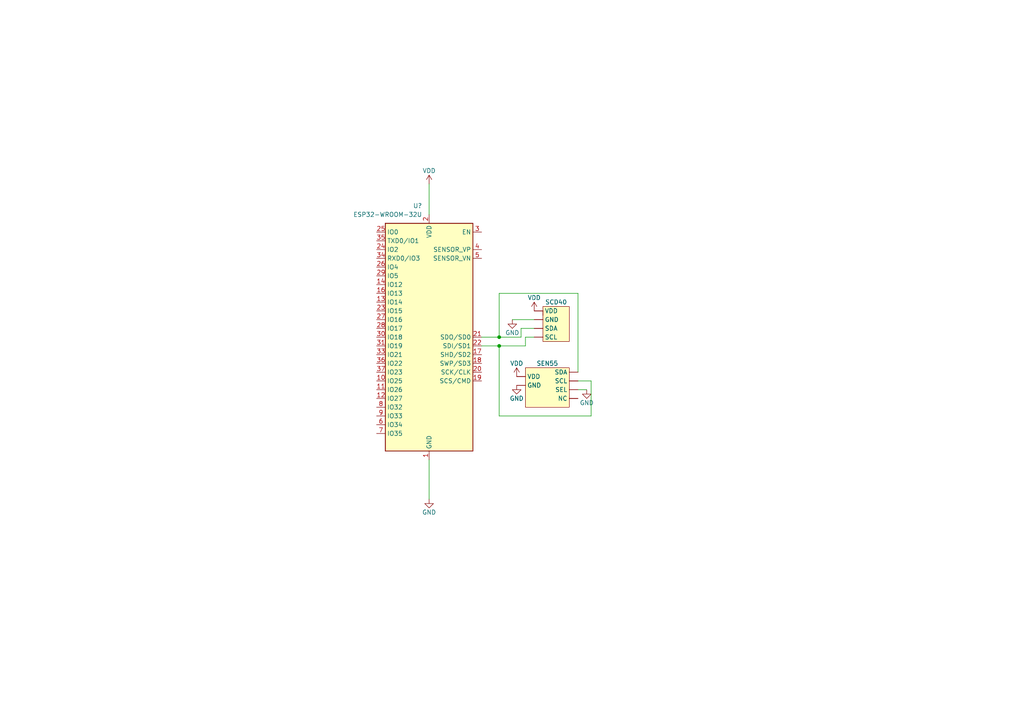
<source format=kicad_sch>
(kicad_sch (version 20211123) (generator eeschema)
  (paper "A4")
  (lib_symbols
    (symbol "RF_Module:ESP32-WROOM-32U"
      (property "Reference" "U" (at -12.7 34.29 0))
      (property "Value" "ESP32-WROOM-32U" (at 1.27 34.29 0))
      (symbol "ESP32-WROOM-32U_0_1"
        (rectangle (start -12.7 33.02) (end 12.7 -33.02) (stroke (width 0.254)) (fill (type background)))
      )
      (symbol "ESP32-WROOM-32U_1_1"
        (pin power_in line (at 0 -35.56 90) (length 2.54) (name "GND") (number "1"))
        (pin bidirectional line (at 15.24 -12.7 180) (length 2.54) (name "IO25") (number "10"))
        (pin bidirectional line (at 15.24 -15.24 180) (length 2.54) (name "IO26") (number "11"))
        (pin bidirectional line (at 15.24 -17.78 180) (length 2.54) (name "IO27") (number "12"))
        (pin bidirectional line (at 15.24 10.16 180) (length 2.54) (name "IO14") (number "13"))
        (pin bidirectional line (at 15.24 15.24 180) (length 2.54) (name "IO12") (number "14"))
        (pin passive line (at 0 -35.56 90) (length 2.54) hide (name "GND") (number "15"))
        (pin bidirectional line (at 15.24 12.7 180) (length 2.54) (name "IO13") (number "16"))
        (pin bidirectional line (at -15.24 -5.08 0) (length 2.54) (name "SHD/SD2") (number "17"))
        (pin bidirectional line (at -15.24 -7.62 0) (length 2.54) (name "SWP/SD3") (number "18"))
        (pin bidirectional line (at -15.24 -12.7 0) (length 2.54) (name "SCS/CMD") (number "19"))
        (pin power_in line (at 0 35.56 270) (length 2.54) (name "VDD") (number "2"))
        (pin bidirectional line (at -15.24 -10.16 0) (length 2.54) (name "SCK/CLK") (number "20"))
        (pin bidirectional line (at -15.24 0 0) (length 2.54) (name "SDO/SD0") (number "21"))
        (pin bidirectional line (at -15.24 -2.54 0) (length 2.54) (name "SDI/SD1") (number "22"))
        (pin bidirectional line (at 15.24 7.62 180) (length 2.54) (name "IO15") (number "23"))
        (pin bidirectional line (at 15.24 25.4 180) (length 2.54) (name "IO2") (number "24"))
        (pin bidirectional line (at 15.24 30.48 180) (length 2.54) (name "IO0") (number "25"))
        (pin bidirectional line (at 15.24 20.32 180) (length 2.54) (name "IO4") (number "26"))
        (pin bidirectional line (at 15.24 5.08 180) (length 2.54) (name "IO16") (number "27"))
        (pin bidirectional line (at 15.24 2.54 180) (length 2.54) (name "IO17") (number "28"))
        (pin bidirectional line (at 15.24 17.78 180) (length 2.54) (name "IO5") (number "29"))
        (pin input line (at -15.24 30.48 0) (length 2.54) (name "EN") (number "3"))
        (pin bidirectional line (at 15.24 0 180) (length 2.54) (name "IO18") (number "30"))
        (pin bidirectional line (at 15.24 -2.54 180) (length 2.54) (name "IO19") (number "31"))
        (pin no_connect line (at -12.7 -27.94 0) (length 2.54) hide (name "NC") (number "32"))
        (pin bidirectional line (at 15.24 -5.08 180) (length 2.54) (name "IO21") (number "33"))
        (pin bidirectional line (at 15.24 22.86 180) (length 2.54) (name "RXD0/IO3") (number "34"))
        (pin bidirectional line (at 15.24 27.94 180) (length 2.54) (name "TXD0/IO1") (number "35"))
        (pin bidirectional line (at 15.24 -7.62 180) (length 2.54) (name "IO22") (number "36"))
        (pin bidirectional line (at 15.24 -10.16 180) (length 2.54) (name "IO23") (number "37"))
        (pin passive line (at 0 -35.56 90) (length 2.54) hide (name "GND") (number "38"))
        (pin passive line (at 0 -35.56 90) (length 2.54) hide (name "GND") (number "39"))
        (pin input line (at -15.24 25.4 0) (length 2.54) (name "SENSOR_VP") (number "4"))
        (pin input line (at -15.24 22.86 0) (length 2.54) (name "SENSOR_VN") (number "5"))
        (pin input line (at 15.24 -25.4 180) (length 2.54) (name "IO34") (number "6"))
        (pin input line (at 15.24 -27.94 180) (length 2.54) (name "IO35") (number "7"))
        (pin bidirectional line (at 15.24 -20.32 180) (length 2.54) (name "IO32") (number "8"))
        (pin bidirectional line (at 15.24 -22.86 180) (length 2.54) (name "IO33") (number "9"))
      )
    )
    (symbol "SCD40_1" (pin_numbers hide)
      (property "Value" "SCD40" (at 0 0 0))
      (symbol "SCD40_1_0_1"
        (rectangle (start -3.81 -1.27) (end 3.81 -11.43) (fill (type background)))
        (rectangle (start 3.81 -3.81) (end 3.81 -3.81))
        (rectangle (start 3.81 -3.81) (end 3.81 -2.54))
      )
      (symbol "SCD40_1_1_1"
        (pin input line (at 6.35 -5.08 180) (length 2.54) (name "GND") (number ""))
        (pin input line (at 6.35 -10.16 180) (length 2.54) (name "SCL") (number ""))
        (pin input line (at 6.35 -7.62 180) (length 2.54) (name "SDA") (number ""))
        (pin input line (at 6.35 -2.54 180) (length 2.54) (name "VDD") (number ""))
      )
    )
    (symbol "SEN55_1"
      (property "Value" "SEN55" (at -1.27 0 0))
      (symbol "SEN55_1_0_1"
        (rectangle (start -7.62 -1.27) (end 5.08 -12.7) (fill (type background)))
      )
      (symbol "SEN55_1_1_1"
        (pin input line (at -10.16 -6.35 0) (length 2.54) (name "GND") (number ""))
        (pin input line (at 7.62 -10.16 180) (length 2.54) (name "NC") (number ""))
        (pin input line (at 7.62 -5.08 180) (length 2.54) (name "SCL") (number ""))
        (pin input line (at 7.62 -2.54 180) (length 2.54) (name "SDA") (number ""))
        (pin input line (at 7.62 -7.62 180) (length 2.54) (name "SEL") (number ""))
        (pin input line (at -10.16 -3.81 0) (length 2.54) (name "VDD") (number ""))
      )
    )
    (symbol "power:GND" (power) (pin_names (offset 0))
      (property "Value" "GND" (at 0 -3.81 0))
      (symbol "GND_0_1"
        (polyline (pts (xy 0 0) (xy 0 -1.27) (xy 1.27 -1.27) (xy 0 -2.54) (xy -1.27 -1.27) (xy 0 -1.27)))
      )
      (symbol "GND_1_1"
        (pin power_in line (at 0 0 270) (length 0) hide (name "GND") (number "1"))
      )
    )
    (symbol "power:VDD" (power) (pin_names (offset 0))
      (property "Value" "VDD" (at 0 3.81 0))
      (symbol "VDD_0_1"
        (polyline (pts (xy -0.762 1.27) (xy 0 2.54)))
        (polyline (pts (xy 0 0) (xy 0 2.54)))
        (polyline (pts (xy 0 2.54) (xy 0.762 1.27)))
      )
      (symbol "VDD_1_1"
        (pin power_in line (at 0 0 90) (length 0) hide (name "VDD") (number "1"))
      )
    )
  )
  (junction (at 144.78 100.33))
  (junction (at 144.78 97.79))
  (wire (pts (xy 167.64 85.09) (xy 144.78 85.09)))
  (wire (pts (xy 171.45 110.49) (xy 171.45 120.65)))
  (wire (pts (xy 154.94 97.79) (xy 152.4 97.79)))
  (wire (pts (xy 144.78 100.33) (xy 139.7 100.33)))
  (wire (pts (xy 124.46 133.35) (xy 124.46 144.78)))
  (wire (pts (xy 124.46 53.34) (xy 124.46 62.23)))
  (wire (pts (xy 151.13 95.25) (xy 151.13 97.79)))
  (wire (pts (xy 167.64 107.95) (xy 167.64 85.09)))
  (wire (pts (xy 144.78 120.65) (xy 144.78 100.33)))
  (wire (pts (xy 154.94 95.25) (xy 151.13 95.25)))
  (wire (pts (xy 170.18 113.03) (xy 167.64 113.03)))
  (wire (pts (xy 144.78 97.79) (xy 139.7 97.79)))
  (wire (pts (xy 152.4 97.79) (xy 152.4 100.33)))
  (wire (pts (xy 151.13 97.79) (xy 144.78 97.79)))
  (wire (pts (xy 152.4 100.33) (xy 144.78 100.33)))
  (wire (pts (xy 167.64 110.49) (xy 171.45 110.49)))
  (wire (pts (xy 171.45 120.65) (xy 144.78 120.65)))
  (wire (pts (xy 144.78 85.09) (xy 144.78 97.79)))
  (wire (pts (xy 148.59 92.71) (xy 154.94 92.71)))
  (symbol (lib_name "SEN55_1") (lib_id "Ecolibsensors:SEN55") (at 160.02 105.41 0) (unit 1)
    (property "Reference" "U?" (effects hide))
    (property "Value" "SEN55" (at 158.75 105.41 0))
  )
  (symbol (lib_id "power:VDD") (at 154.94 90.17 0) (unit 1)
    (property "Reference" "#PWR?" (effects hide))
    (property "Value" "VDD" (at 154.94 86.36 0))
  )
  (symbol (lib_id "power:VDD") (at 124.46 53.34 0) (unit 1)
    (property "Reference" "#PWR?" (effects hide))
    (property "Value" "VDD" (at 124.46 49.53 0))
  )
  (symbol (lib_id "power:GND") (at 124.46 144.78 0) (unit 1)
    (property "Reference" "#PWR?" (effects hide))
    (property "Value" "GND" (at 124.46 148.59 0))
  )
  (symbol (lib_id "power:VDD") (at 149.86 109.22 0) (unit 1)
    (property "Reference" "#PWR?" (effects hide))
    (property "Value" "VDD" (at 149.86 105.41 0))
  )
  (symbol (lib_id "power:GND") (at 149.86 111.76 0) (unit 1)
    (property "Reference" "#PWR?" (effects hide))
    (property "Value" "GND" (at 149.86 115.57 0))
  )
  (symbol (lib_id "RF_Module:ESP32-WROOM-32U") (at 124.46 97.79 0) (mirror y) (unit 1)
    (property "Reference" "U?" (at 122.4406 59.69 0) (effects (justify left)))
    (property "Value" "ESP32-WROOM-32U" (at 122.4406 62.23 0) (effects (justify left)))
    (property "Footprint" "RF_Module:ESP32-WROOM-32U" (effects hide))
    (property "Datasheet" "https://www.espressif.com/sites/default/files/documentation/esp32-wroom-32d_esp32-wroom-32u_datasheet_en.pdf" (effects hide))
  )
  (symbol (lib_id "power:GND") (at 148.59 92.71 0) (unit 1)
    (property "Reference" "#PWR?" (effects hide))
    (property "Value" "GND" (at 148.59 96.52 0))
  )
  (symbol (lib_id "power:GND") (at 170.18 113.03 0) (unit 1)
    (property "Reference" "#PWR?" (effects hide))
    (property "Value" "GND" (at 170.18 116.84 0))
  )
  (symbol (lib_name "SCD40_1") (lib_id "Ecolibsensors:SCD40") (at 161.29 87.63 0) (mirror y) (unit 1)
    (property "Reference" "U?" (effects hide))
    (property "Value" "SCD40" (at 161.29 87.63 0))
  )
)
</source>
